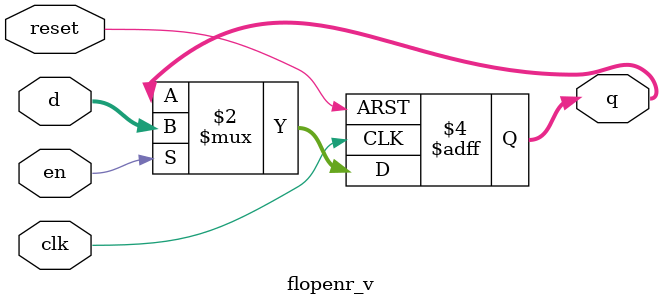
<source format=v>
module flopenr_v
(
input clk,
input reset,
input en,
input [3:0] d,
output reg [3:0] q
);
// asynchronous reset
always @ (posedge clk, posedge reset)
	if (reset) q <= 4'b0;
	else if (en) q <= d;
endmodule
</source>
